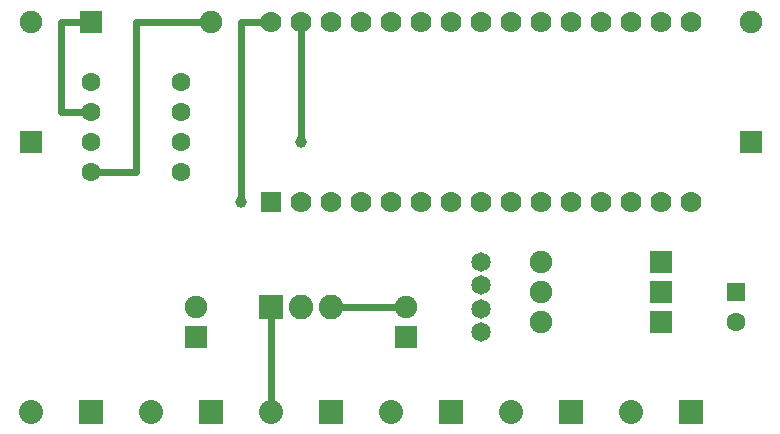
<source format=gtl>
G04 MADE WITH FRITZING*
G04 WWW.FRITZING.ORG*
G04 DOUBLE SIDED*
G04 HOLES PLATED*
G04 CONTOUR ON CENTER OF CONTOUR VECTOR*
%ASAXBY*%
%FSLAX23Y23*%
%MOIN*%
%OFA0B0*%
%SFA1.0B1.0*%
%ADD10C,0.070000*%
%ADD11C,0.063000*%
%ADD12C,0.075000*%
%ADD13C,0.080000*%
%ADD14C,0.082000*%
%ADD15C,0.039370*%
%ADD16C,0.065000*%
%ADD17C,0.062992*%
%ADD18R,0.070000X0.069972*%
%ADD19R,0.075000X0.075000*%
%ADD20R,0.080000X0.080000*%
%ADD21R,0.082000X0.082000*%
%ADD22R,0.062992X0.062992*%
%ADD23C,0.024000*%
%LNCOPPER1*%
G90*
G70*
G54D10*
X1033Y1148D03*
X1133Y1148D03*
X1233Y1148D03*
X1333Y1148D03*
X1433Y1148D03*
X1533Y1148D03*
X1633Y1148D03*
X1733Y1148D03*
X1833Y1148D03*
X1933Y1148D03*
X2033Y1148D03*
X2133Y1148D03*
X2233Y1148D03*
X2333Y1148D03*
X2433Y1148D03*
X1033Y1748D03*
X1133Y1748D03*
X1233Y1748D03*
X1333Y1748D03*
X1433Y1748D03*
X1533Y1748D03*
X1633Y1748D03*
X1733Y1748D03*
X1833Y1748D03*
X1933Y1748D03*
X2033Y1748D03*
X2133Y1748D03*
X2233Y1748D03*
X2333Y1748D03*
X2433Y1748D03*
G54D11*
X733Y1248D03*
X733Y1348D03*
X733Y1448D03*
X733Y1548D03*
X433Y1548D03*
X433Y1448D03*
X433Y1348D03*
X433Y1248D03*
X733Y1248D03*
X733Y1348D03*
X733Y1448D03*
X733Y1548D03*
X433Y1548D03*
X433Y1448D03*
X433Y1348D03*
X433Y1248D03*
G54D12*
X233Y1348D03*
X233Y1748D03*
X433Y1748D03*
X833Y1748D03*
G54D13*
X1633Y448D03*
X1433Y448D03*
X1233Y448D03*
X1033Y448D03*
X433Y448D03*
X233Y448D03*
X833Y448D03*
X633Y448D03*
X2433Y448D03*
X2233Y448D03*
X2033Y448D03*
X1833Y448D03*
G54D14*
X1033Y798D03*
X1133Y798D03*
X1233Y798D03*
G54D12*
X1483Y698D03*
X1483Y798D03*
X783Y698D03*
X783Y798D03*
G54D15*
X1133Y1348D03*
X933Y1148D03*
G54D12*
X2633Y1348D03*
X2633Y1748D03*
G54D16*
X1733Y712D03*
X1733Y791D03*
X1733Y869D03*
X1733Y948D03*
G54D17*
X2583Y847D03*
X2583Y748D03*
G54D12*
X2333Y748D03*
X1933Y748D03*
X2333Y848D03*
X1933Y848D03*
X2333Y948D03*
X1933Y948D03*
G54D18*
X1033Y1148D03*
G54D19*
X233Y1348D03*
X433Y1748D03*
G54D20*
X1633Y448D03*
X1233Y448D03*
X433Y448D03*
X833Y448D03*
X2433Y448D03*
X2033Y448D03*
G54D21*
X1033Y798D03*
G54D19*
X1483Y698D03*
X783Y698D03*
X2633Y1348D03*
G54D22*
X2583Y847D03*
G54D19*
X2333Y748D03*
X2333Y848D03*
X2333Y948D03*
G54D23*
X585Y1248D02*
X585Y1748D01*
D02*
X460Y1248D02*
X585Y1248D01*
D02*
X585Y1748D02*
X805Y1748D01*
D02*
X1133Y1719D02*
X1133Y1367D01*
D02*
X933Y1748D02*
X933Y1167D01*
D02*
X1004Y1748D02*
X933Y1748D01*
D02*
X1265Y798D02*
X1455Y798D01*
D02*
X333Y1748D02*
X333Y1448D01*
D02*
X333Y1448D02*
X406Y1448D01*
D02*
X405Y1748D02*
X333Y1748D01*
D02*
X1033Y479D02*
X1033Y766D01*
G04 End of Copper1*
M02*
</source>
